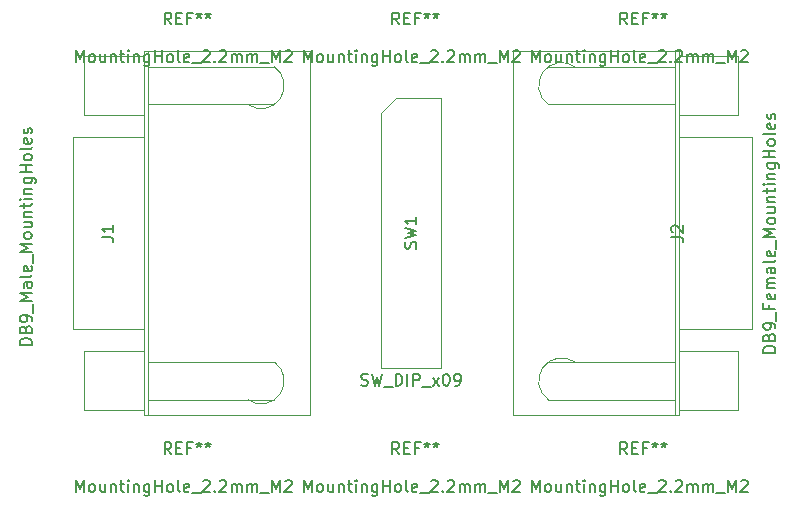
<source format=gbr>
G04 #@! TF.GenerationSoftware,KiCad,Pcbnew,5.0.2-bee76a0~70~ubuntu16.04.1*
G04 #@! TF.CreationDate,2020-10-10T12:37:23+02:00*
G04 #@! TF.ProjectId,SerialBlocker,53657269-616c-4426-9c6f-636b65722e6b,rev?*
G04 #@! TF.SameCoordinates,Original*
G04 #@! TF.FileFunction,Other,Fab,Top*
%FSLAX46Y46*%
G04 Gerber Fmt 4.6, Leading zero omitted, Abs format (unit mm)*
G04 Created by KiCad (PCBNEW 5.0.2-bee76a0~70~ubuntu16.04.1) date lör 10 okt 2020 12:37:23*
%MOMM*%
%LPD*%
G01*
G04 APERTURE LIST*
%ADD10C,0.100000*%
%ADD11C,0.150000*%
G04 APERTURE END LIST*
D10*
G04 #@! TO.C,SW1*
X140000000Y-44080000D02*
X143810000Y-44080000D01*
X143810000Y-44080000D02*
X143810000Y-66940000D01*
X143810000Y-66940000D02*
X138730000Y-66940000D01*
X138730000Y-66940000D02*
X138730000Y-45350000D01*
X138730000Y-45350000D02*
X140000000Y-44080000D01*
G04 #@! TO.C,J2*
X155140000Y-66440000D02*
G75*
G03X152900000Y-69640000I-1120000J-1600000D01*
G01*
X155140000Y-41440000D02*
G75*
G03X152900000Y-44640000I-1120000J-1600000D01*
G01*
X149900000Y-70965000D02*
X160380000Y-70965000D01*
X160380000Y-40115000D02*
X149900000Y-40115000D01*
X149900000Y-40115000D02*
X149900000Y-70965000D01*
X160380000Y-70965000D02*
X163950000Y-70965000D01*
X163980000Y-70965000D02*
X163980000Y-40115000D01*
X164000000Y-40100000D02*
X160380000Y-40115000D01*
X163580000Y-40115000D02*
X163580000Y-70965000D01*
X163980000Y-63690000D02*
X170150000Y-63690000D01*
X170150000Y-63690000D02*
X170150000Y-47390000D01*
X170150000Y-47390000D02*
X163980000Y-47390000D01*
X163980000Y-47390000D02*
X163980000Y-63690000D01*
X163980000Y-70540000D02*
X168980000Y-70540000D01*
X168980000Y-70540000D02*
X168980000Y-65540000D01*
X168980000Y-65540000D02*
X163980000Y-65540000D01*
X163980000Y-45540000D02*
X168980000Y-45540000D01*
X168980000Y-45540000D02*
X168980000Y-40540000D01*
X168980000Y-40540000D02*
X163980000Y-40540000D01*
X163580000Y-69640000D02*
X152900000Y-69640000D01*
X163580000Y-66440000D02*
X152900000Y-66440000D01*
X163580000Y-44640000D02*
X152900000Y-44640000D01*
X163580000Y-41440000D02*
X152900000Y-41440000D01*
G04 #@! TO.C,J1*
X127460000Y-44640000D02*
G75*
G03X129700000Y-41440000I1120000J1600000D01*
G01*
X127460000Y-69640000D02*
G75*
G03X129700000Y-66440000I1120000J1600000D01*
G01*
X132700000Y-40115000D02*
X119020000Y-40115000D01*
X119020000Y-40115000D02*
X119020000Y-70965000D01*
X119020000Y-70965000D02*
X132700000Y-70965000D01*
X132700000Y-70965000D02*
X132700000Y-40115000D01*
X119020000Y-40115000D02*
X118620000Y-40115000D01*
X118620000Y-40115000D02*
X118620000Y-70965000D01*
X118620000Y-70965000D02*
X119020000Y-70965000D01*
X119020000Y-70965000D02*
X119020000Y-40115000D01*
X118620000Y-47390000D02*
X112620000Y-47390000D01*
X112620000Y-47390000D02*
X112620000Y-63690000D01*
X112620000Y-63690000D02*
X118620000Y-63690000D01*
X118620000Y-63690000D02*
X118620000Y-47390000D01*
X118620000Y-40540000D02*
X113620000Y-40540000D01*
X113620000Y-40540000D02*
X113620000Y-45540000D01*
X113620000Y-45540000D02*
X118620000Y-45540000D01*
X118620000Y-45540000D02*
X118620000Y-40540000D01*
X118620000Y-65540000D02*
X113620000Y-65540000D01*
X113620000Y-65540000D02*
X113620000Y-70540000D01*
X113620000Y-70540000D02*
X118620000Y-70540000D01*
X118620000Y-70540000D02*
X118620000Y-65540000D01*
X119020000Y-41440000D02*
X129700000Y-41440000D01*
X119020000Y-44640000D02*
X129700000Y-44640000D01*
X119020000Y-66440000D02*
X129700000Y-66440000D01*
X119020000Y-69640000D02*
X129700000Y-69640000D01*
G04 #@! TD*
G04 #@! TO.C,REF\002A\002A*
D11*
X132180952Y-41052380D02*
X132180952Y-40052380D01*
X132514285Y-40766666D01*
X132847619Y-40052380D01*
X132847619Y-41052380D01*
X133466666Y-41052380D02*
X133371428Y-41004761D01*
X133323809Y-40957142D01*
X133276190Y-40861904D01*
X133276190Y-40576190D01*
X133323809Y-40480952D01*
X133371428Y-40433333D01*
X133466666Y-40385714D01*
X133609523Y-40385714D01*
X133704761Y-40433333D01*
X133752380Y-40480952D01*
X133799999Y-40576190D01*
X133799999Y-40861904D01*
X133752380Y-40957142D01*
X133704761Y-41004761D01*
X133609523Y-41052380D01*
X133466666Y-41052380D01*
X134657142Y-40385714D02*
X134657142Y-41052380D01*
X134228571Y-40385714D02*
X134228571Y-40909523D01*
X134276190Y-41004761D01*
X134371428Y-41052380D01*
X134514285Y-41052380D01*
X134609523Y-41004761D01*
X134657142Y-40957142D01*
X135133333Y-40385714D02*
X135133333Y-41052380D01*
X135133333Y-40480952D02*
X135180952Y-40433333D01*
X135276190Y-40385714D01*
X135419047Y-40385714D01*
X135514285Y-40433333D01*
X135561904Y-40528571D01*
X135561904Y-41052380D01*
X135895238Y-40385714D02*
X136276190Y-40385714D01*
X136038095Y-40052380D02*
X136038095Y-40909523D01*
X136085714Y-41004761D01*
X136180952Y-41052380D01*
X136276190Y-41052380D01*
X136609523Y-41052380D02*
X136609523Y-40385714D01*
X136609523Y-40052380D02*
X136561904Y-40100000D01*
X136609523Y-40147619D01*
X136657142Y-40100000D01*
X136609523Y-40052380D01*
X136609523Y-40147619D01*
X137085714Y-40385714D02*
X137085714Y-41052380D01*
X137085714Y-40480952D02*
X137133333Y-40433333D01*
X137228571Y-40385714D01*
X137371428Y-40385714D01*
X137466666Y-40433333D01*
X137514285Y-40528571D01*
X137514285Y-41052380D01*
X138419047Y-40385714D02*
X138419047Y-41195238D01*
X138371428Y-41290476D01*
X138323809Y-41338095D01*
X138228571Y-41385714D01*
X138085714Y-41385714D01*
X137990476Y-41338095D01*
X138419047Y-41004761D02*
X138323809Y-41052380D01*
X138133333Y-41052380D01*
X138038095Y-41004761D01*
X137990476Y-40957142D01*
X137942857Y-40861904D01*
X137942857Y-40576190D01*
X137990476Y-40480952D01*
X138038095Y-40433333D01*
X138133333Y-40385714D01*
X138323809Y-40385714D01*
X138419047Y-40433333D01*
X138895238Y-41052380D02*
X138895238Y-40052380D01*
X138895238Y-40528571D02*
X139466666Y-40528571D01*
X139466666Y-41052380D02*
X139466666Y-40052380D01*
X140085714Y-41052380D02*
X139990476Y-41004761D01*
X139942857Y-40957142D01*
X139895238Y-40861904D01*
X139895238Y-40576190D01*
X139942857Y-40480952D01*
X139990476Y-40433333D01*
X140085714Y-40385714D01*
X140228571Y-40385714D01*
X140323809Y-40433333D01*
X140371428Y-40480952D01*
X140419047Y-40576190D01*
X140419047Y-40861904D01*
X140371428Y-40957142D01*
X140323809Y-41004761D01*
X140228571Y-41052380D01*
X140085714Y-41052380D01*
X140990476Y-41052380D02*
X140895238Y-41004761D01*
X140847619Y-40909523D01*
X140847619Y-40052380D01*
X141752380Y-41004761D02*
X141657142Y-41052380D01*
X141466666Y-41052380D01*
X141371428Y-41004761D01*
X141323809Y-40909523D01*
X141323809Y-40528571D01*
X141371428Y-40433333D01*
X141466666Y-40385714D01*
X141657142Y-40385714D01*
X141752380Y-40433333D01*
X141800000Y-40528571D01*
X141800000Y-40623809D01*
X141323809Y-40719047D01*
X141990476Y-41147619D02*
X142752380Y-41147619D01*
X142942857Y-40147619D02*
X142990476Y-40100000D01*
X143085714Y-40052380D01*
X143323809Y-40052380D01*
X143419047Y-40100000D01*
X143466666Y-40147619D01*
X143514285Y-40242857D01*
X143514285Y-40338095D01*
X143466666Y-40480952D01*
X142895238Y-41052380D01*
X143514285Y-41052380D01*
X143942857Y-40957142D02*
X143990476Y-41004761D01*
X143942857Y-41052380D01*
X143895238Y-41004761D01*
X143942857Y-40957142D01*
X143942857Y-41052380D01*
X144371428Y-40147619D02*
X144419047Y-40100000D01*
X144514285Y-40052380D01*
X144752380Y-40052380D01*
X144847619Y-40100000D01*
X144895238Y-40147619D01*
X144942857Y-40242857D01*
X144942857Y-40338095D01*
X144895238Y-40480952D01*
X144323809Y-41052380D01*
X144942857Y-41052380D01*
X145371428Y-41052380D02*
X145371428Y-40385714D01*
X145371428Y-40480952D02*
X145419047Y-40433333D01*
X145514285Y-40385714D01*
X145657142Y-40385714D01*
X145752380Y-40433333D01*
X145800000Y-40528571D01*
X145800000Y-41052380D01*
X145800000Y-40528571D02*
X145847619Y-40433333D01*
X145942857Y-40385714D01*
X146085714Y-40385714D01*
X146180952Y-40433333D01*
X146228571Y-40528571D01*
X146228571Y-41052380D01*
X146704761Y-41052380D02*
X146704761Y-40385714D01*
X146704761Y-40480952D02*
X146752380Y-40433333D01*
X146847619Y-40385714D01*
X146990476Y-40385714D01*
X147085714Y-40433333D01*
X147133333Y-40528571D01*
X147133333Y-41052380D01*
X147133333Y-40528571D02*
X147180952Y-40433333D01*
X147276190Y-40385714D01*
X147419047Y-40385714D01*
X147514285Y-40433333D01*
X147561904Y-40528571D01*
X147561904Y-41052380D01*
X147800000Y-41147619D02*
X148561904Y-41147619D01*
X148800000Y-41052380D02*
X148800000Y-40052380D01*
X149133333Y-40766666D01*
X149466666Y-40052380D01*
X149466666Y-41052380D01*
X149895238Y-40147619D02*
X149942857Y-40100000D01*
X150038095Y-40052380D01*
X150276190Y-40052380D01*
X150371428Y-40100000D01*
X150419047Y-40147619D01*
X150466666Y-40242857D01*
X150466666Y-40338095D01*
X150419047Y-40480952D01*
X149847619Y-41052380D01*
X150466666Y-41052380D01*
X140266666Y-37852380D02*
X139933333Y-37376190D01*
X139695238Y-37852380D02*
X139695238Y-36852380D01*
X140076190Y-36852380D01*
X140171428Y-36900000D01*
X140219047Y-36947619D01*
X140266666Y-37042857D01*
X140266666Y-37185714D01*
X140219047Y-37280952D01*
X140171428Y-37328571D01*
X140076190Y-37376190D01*
X139695238Y-37376190D01*
X140695238Y-37328571D02*
X141028571Y-37328571D01*
X141171428Y-37852380D02*
X140695238Y-37852380D01*
X140695238Y-36852380D01*
X141171428Y-36852380D01*
X141933333Y-37328571D02*
X141600000Y-37328571D01*
X141600000Y-37852380D02*
X141600000Y-36852380D01*
X142076190Y-36852380D01*
X142600000Y-36852380D02*
X142600000Y-37090476D01*
X142361904Y-36995238D02*
X142600000Y-37090476D01*
X142838095Y-36995238D01*
X142457142Y-37280952D02*
X142600000Y-37090476D01*
X142742857Y-37280952D01*
X143361904Y-36852380D02*
X143361904Y-37090476D01*
X143123809Y-36995238D02*
X143361904Y-37090476D01*
X143600000Y-36995238D01*
X143219047Y-37280952D02*
X143361904Y-37090476D01*
X143504761Y-37280952D01*
X132180952Y-77452380D02*
X132180952Y-76452380D01*
X132514285Y-77166666D01*
X132847619Y-76452380D01*
X132847619Y-77452380D01*
X133466666Y-77452380D02*
X133371428Y-77404761D01*
X133323809Y-77357142D01*
X133276190Y-77261904D01*
X133276190Y-76976190D01*
X133323809Y-76880952D01*
X133371428Y-76833333D01*
X133466666Y-76785714D01*
X133609523Y-76785714D01*
X133704761Y-76833333D01*
X133752380Y-76880952D01*
X133799999Y-76976190D01*
X133799999Y-77261904D01*
X133752380Y-77357142D01*
X133704761Y-77404761D01*
X133609523Y-77452380D01*
X133466666Y-77452380D01*
X134657142Y-76785714D02*
X134657142Y-77452380D01*
X134228571Y-76785714D02*
X134228571Y-77309523D01*
X134276190Y-77404761D01*
X134371428Y-77452380D01*
X134514285Y-77452380D01*
X134609523Y-77404761D01*
X134657142Y-77357142D01*
X135133333Y-76785714D02*
X135133333Y-77452380D01*
X135133333Y-76880952D02*
X135180952Y-76833333D01*
X135276190Y-76785714D01*
X135419047Y-76785714D01*
X135514285Y-76833333D01*
X135561904Y-76928571D01*
X135561904Y-77452380D01*
X135895238Y-76785714D02*
X136276190Y-76785714D01*
X136038095Y-76452380D02*
X136038095Y-77309523D01*
X136085714Y-77404761D01*
X136180952Y-77452380D01*
X136276190Y-77452380D01*
X136609523Y-77452380D02*
X136609523Y-76785714D01*
X136609523Y-76452380D02*
X136561904Y-76500000D01*
X136609523Y-76547619D01*
X136657142Y-76500000D01*
X136609523Y-76452380D01*
X136609523Y-76547619D01*
X137085714Y-76785714D02*
X137085714Y-77452380D01*
X137085714Y-76880952D02*
X137133333Y-76833333D01*
X137228571Y-76785714D01*
X137371428Y-76785714D01*
X137466666Y-76833333D01*
X137514285Y-76928571D01*
X137514285Y-77452380D01*
X138419047Y-76785714D02*
X138419047Y-77595238D01*
X138371428Y-77690476D01*
X138323809Y-77738095D01*
X138228571Y-77785714D01*
X138085714Y-77785714D01*
X137990476Y-77738095D01*
X138419047Y-77404761D02*
X138323809Y-77452380D01*
X138133333Y-77452380D01*
X138038095Y-77404761D01*
X137990476Y-77357142D01*
X137942857Y-77261904D01*
X137942857Y-76976190D01*
X137990476Y-76880952D01*
X138038095Y-76833333D01*
X138133333Y-76785714D01*
X138323809Y-76785714D01*
X138419047Y-76833333D01*
X138895238Y-77452380D02*
X138895238Y-76452380D01*
X138895238Y-76928571D02*
X139466666Y-76928571D01*
X139466666Y-77452380D02*
X139466666Y-76452380D01*
X140085714Y-77452380D02*
X139990476Y-77404761D01*
X139942857Y-77357142D01*
X139895238Y-77261904D01*
X139895238Y-76976190D01*
X139942857Y-76880952D01*
X139990476Y-76833333D01*
X140085714Y-76785714D01*
X140228571Y-76785714D01*
X140323809Y-76833333D01*
X140371428Y-76880952D01*
X140419047Y-76976190D01*
X140419047Y-77261904D01*
X140371428Y-77357142D01*
X140323809Y-77404761D01*
X140228571Y-77452380D01*
X140085714Y-77452380D01*
X140990476Y-77452380D02*
X140895238Y-77404761D01*
X140847619Y-77309523D01*
X140847619Y-76452380D01*
X141752380Y-77404761D02*
X141657142Y-77452380D01*
X141466666Y-77452380D01*
X141371428Y-77404761D01*
X141323809Y-77309523D01*
X141323809Y-76928571D01*
X141371428Y-76833333D01*
X141466666Y-76785714D01*
X141657142Y-76785714D01*
X141752380Y-76833333D01*
X141800000Y-76928571D01*
X141800000Y-77023809D01*
X141323809Y-77119047D01*
X141990476Y-77547619D02*
X142752380Y-77547619D01*
X142942857Y-76547619D02*
X142990476Y-76500000D01*
X143085714Y-76452380D01*
X143323809Y-76452380D01*
X143419047Y-76500000D01*
X143466666Y-76547619D01*
X143514285Y-76642857D01*
X143514285Y-76738095D01*
X143466666Y-76880952D01*
X142895238Y-77452380D01*
X143514285Y-77452380D01*
X143942857Y-77357142D02*
X143990476Y-77404761D01*
X143942857Y-77452380D01*
X143895238Y-77404761D01*
X143942857Y-77357142D01*
X143942857Y-77452380D01*
X144371428Y-76547619D02*
X144419047Y-76500000D01*
X144514285Y-76452380D01*
X144752380Y-76452380D01*
X144847619Y-76500000D01*
X144895238Y-76547619D01*
X144942857Y-76642857D01*
X144942857Y-76738095D01*
X144895238Y-76880952D01*
X144323809Y-77452380D01*
X144942857Y-77452380D01*
X145371428Y-77452380D02*
X145371428Y-76785714D01*
X145371428Y-76880952D02*
X145419047Y-76833333D01*
X145514285Y-76785714D01*
X145657142Y-76785714D01*
X145752380Y-76833333D01*
X145800000Y-76928571D01*
X145800000Y-77452380D01*
X145800000Y-76928571D02*
X145847619Y-76833333D01*
X145942857Y-76785714D01*
X146085714Y-76785714D01*
X146180952Y-76833333D01*
X146228571Y-76928571D01*
X146228571Y-77452380D01*
X146704761Y-77452380D02*
X146704761Y-76785714D01*
X146704761Y-76880952D02*
X146752380Y-76833333D01*
X146847619Y-76785714D01*
X146990476Y-76785714D01*
X147085714Y-76833333D01*
X147133333Y-76928571D01*
X147133333Y-77452380D01*
X147133333Y-76928571D02*
X147180952Y-76833333D01*
X147276190Y-76785714D01*
X147419047Y-76785714D01*
X147514285Y-76833333D01*
X147561904Y-76928571D01*
X147561904Y-77452380D01*
X147800000Y-77547619D02*
X148561904Y-77547619D01*
X148800000Y-77452380D02*
X148800000Y-76452380D01*
X149133333Y-77166666D01*
X149466666Y-76452380D01*
X149466666Y-77452380D01*
X149895238Y-76547619D02*
X149942857Y-76500000D01*
X150038095Y-76452380D01*
X150276190Y-76452380D01*
X150371428Y-76500000D01*
X150419047Y-76547619D01*
X150466666Y-76642857D01*
X150466666Y-76738095D01*
X150419047Y-76880952D01*
X149847619Y-77452380D01*
X150466666Y-77452380D01*
X140266666Y-74252380D02*
X139933333Y-73776190D01*
X139695238Y-74252380D02*
X139695238Y-73252380D01*
X140076190Y-73252380D01*
X140171428Y-73300000D01*
X140219047Y-73347619D01*
X140266666Y-73442857D01*
X140266666Y-73585714D01*
X140219047Y-73680952D01*
X140171428Y-73728571D01*
X140076190Y-73776190D01*
X139695238Y-73776190D01*
X140695238Y-73728571D02*
X141028571Y-73728571D01*
X141171428Y-74252380D02*
X140695238Y-74252380D01*
X140695238Y-73252380D01*
X141171428Y-73252380D01*
X141933333Y-73728571D02*
X141600000Y-73728571D01*
X141600000Y-74252380D02*
X141600000Y-73252380D01*
X142076190Y-73252380D01*
X142600000Y-73252380D02*
X142600000Y-73490476D01*
X142361904Y-73395238D02*
X142600000Y-73490476D01*
X142838095Y-73395238D01*
X142457142Y-73680952D02*
X142600000Y-73490476D01*
X142742857Y-73680952D01*
X143361904Y-73252380D02*
X143361904Y-73490476D01*
X143123809Y-73395238D02*
X143361904Y-73490476D01*
X143600000Y-73395238D01*
X143219047Y-73680952D02*
X143361904Y-73490476D01*
X143504761Y-73680952D01*
X112880952Y-77452380D02*
X112880952Y-76452380D01*
X113214285Y-77166666D01*
X113547619Y-76452380D01*
X113547619Y-77452380D01*
X114166666Y-77452380D02*
X114071428Y-77404761D01*
X114023809Y-77357142D01*
X113976190Y-77261904D01*
X113976190Y-76976190D01*
X114023809Y-76880952D01*
X114071428Y-76833333D01*
X114166666Y-76785714D01*
X114309523Y-76785714D01*
X114404761Y-76833333D01*
X114452380Y-76880952D01*
X114499999Y-76976190D01*
X114499999Y-77261904D01*
X114452380Y-77357142D01*
X114404761Y-77404761D01*
X114309523Y-77452380D01*
X114166666Y-77452380D01*
X115357142Y-76785714D02*
X115357142Y-77452380D01*
X114928571Y-76785714D02*
X114928571Y-77309523D01*
X114976190Y-77404761D01*
X115071428Y-77452380D01*
X115214285Y-77452380D01*
X115309523Y-77404761D01*
X115357142Y-77357142D01*
X115833333Y-76785714D02*
X115833333Y-77452380D01*
X115833333Y-76880952D02*
X115880952Y-76833333D01*
X115976190Y-76785714D01*
X116119047Y-76785714D01*
X116214285Y-76833333D01*
X116261904Y-76928571D01*
X116261904Y-77452380D01*
X116595238Y-76785714D02*
X116976190Y-76785714D01*
X116738095Y-76452380D02*
X116738095Y-77309523D01*
X116785714Y-77404761D01*
X116880952Y-77452380D01*
X116976190Y-77452380D01*
X117309523Y-77452380D02*
X117309523Y-76785714D01*
X117309523Y-76452380D02*
X117261904Y-76500000D01*
X117309523Y-76547619D01*
X117357142Y-76500000D01*
X117309523Y-76452380D01*
X117309523Y-76547619D01*
X117785714Y-76785714D02*
X117785714Y-77452380D01*
X117785714Y-76880952D02*
X117833333Y-76833333D01*
X117928571Y-76785714D01*
X118071428Y-76785714D01*
X118166666Y-76833333D01*
X118214285Y-76928571D01*
X118214285Y-77452380D01*
X119119047Y-76785714D02*
X119119047Y-77595238D01*
X119071428Y-77690476D01*
X119023809Y-77738095D01*
X118928571Y-77785714D01*
X118785714Y-77785714D01*
X118690476Y-77738095D01*
X119119047Y-77404761D02*
X119023809Y-77452380D01*
X118833333Y-77452380D01*
X118738095Y-77404761D01*
X118690476Y-77357142D01*
X118642857Y-77261904D01*
X118642857Y-76976190D01*
X118690476Y-76880952D01*
X118738095Y-76833333D01*
X118833333Y-76785714D01*
X119023809Y-76785714D01*
X119119047Y-76833333D01*
X119595238Y-77452380D02*
X119595238Y-76452380D01*
X119595238Y-76928571D02*
X120166666Y-76928571D01*
X120166666Y-77452380D02*
X120166666Y-76452380D01*
X120785714Y-77452380D02*
X120690476Y-77404761D01*
X120642857Y-77357142D01*
X120595238Y-77261904D01*
X120595238Y-76976190D01*
X120642857Y-76880952D01*
X120690476Y-76833333D01*
X120785714Y-76785714D01*
X120928571Y-76785714D01*
X121023809Y-76833333D01*
X121071428Y-76880952D01*
X121119047Y-76976190D01*
X121119047Y-77261904D01*
X121071428Y-77357142D01*
X121023809Y-77404761D01*
X120928571Y-77452380D01*
X120785714Y-77452380D01*
X121690476Y-77452380D02*
X121595238Y-77404761D01*
X121547619Y-77309523D01*
X121547619Y-76452380D01*
X122452380Y-77404761D02*
X122357142Y-77452380D01*
X122166666Y-77452380D01*
X122071428Y-77404761D01*
X122023809Y-77309523D01*
X122023809Y-76928571D01*
X122071428Y-76833333D01*
X122166666Y-76785714D01*
X122357142Y-76785714D01*
X122452380Y-76833333D01*
X122499999Y-76928571D01*
X122499999Y-77023809D01*
X122023809Y-77119047D01*
X122690476Y-77547619D02*
X123452380Y-77547619D01*
X123642857Y-76547619D02*
X123690476Y-76500000D01*
X123785714Y-76452380D01*
X124023809Y-76452380D01*
X124119047Y-76500000D01*
X124166666Y-76547619D01*
X124214285Y-76642857D01*
X124214285Y-76738095D01*
X124166666Y-76880952D01*
X123595238Y-77452380D01*
X124214285Y-77452380D01*
X124642857Y-77357142D02*
X124690476Y-77404761D01*
X124642857Y-77452380D01*
X124595238Y-77404761D01*
X124642857Y-77357142D01*
X124642857Y-77452380D01*
X125071428Y-76547619D02*
X125119047Y-76500000D01*
X125214285Y-76452380D01*
X125452380Y-76452380D01*
X125547619Y-76500000D01*
X125595238Y-76547619D01*
X125642857Y-76642857D01*
X125642857Y-76738095D01*
X125595238Y-76880952D01*
X125023809Y-77452380D01*
X125642857Y-77452380D01*
X126071428Y-77452380D02*
X126071428Y-76785714D01*
X126071428Y-76880952D02*
X126119047Y-76833333D01*
X126214285Y-76785714D01*
X126357142Y-76785714D01*
X126452380Y-76833333D01*
X126499999Y-76928571D01*
X126499999Y-77452380D01*
X126499999Y-76928571D02*
X126547619Y-76833333D01*
X126642857Y-76785714D01*
X126785714Y-76785714D01*
X126880952Y-76833333D01*
X126928571Y-76928571D01*
X126928571Y-77452380D01*
X127404761Y-77452380D02*
X127404761Y-76785714D01*
X127404761Y-76880952D02*
X127452380Y-76833333D01*
X127547619Y-76785714D01*
X127690476Y-76785714D01*
X127785714Y-76833333D01*
X127833333Y-76928571D01*
X127833333Y-77452380D01*
X127833333Y-76928571D02*
X127880952Y-76833333D01*
X127976190Y-76785714D01*
X128119047Y-76785714D01*
X128214285Y-76833333D01*
X128261904Y-76928571D01*
X128261904Y-77452380D01*
X128499999Y-77547619D02*
X129261904Y-77547619D01*
X129499999Y-77452380D02*
X129499999Y-76452380D01*
X129833333Y-77166666D01*
X130166666Y-76452380D01*
X130166666Y-77452380D01*
X130595238Y-76547619D02*
X130642857Y-76500000D01*
X130738095Y-76452380D01*
X130976190Y-76452380D01*
X131071428Y-76500000D01*
X131119047Y-76547619D01*
X131166666Y-76642857D01*
X131166666Y-76738095D01*
X131119047Y-76880952D01*
X130547619Y-77452380D01*
X131166666Y-77452380D01*
X120966666Y-74252380D02*
X120633333Y-73776190D01*
X120395238Y-74252380D02*
X120395238Y-73252380D01*
X120776190Y-73252380D01*
X120871428Y-73300000D01*
X120919047Y-73347619D01*
X120966666Y-73442857D01*
X120966666Y-73585714D01*
X120919047Y-73680952D01*
X120871428Y-73728571D01*
X120776190Y-73776190D01*
X120395238Y-73776190D01*
X121395238Y-73728571D02*
X121728571Y-73728571D01*
X121871428Y-74252380D02*
X121395238Y-74252380D01*
X121395238Y-73252380D01*
X121871428Y-73252380D01*
X122633333Y-73728571D02*
X122300000Y-73728571D01*
X122300000Y-74252380D02*
X122300000Y-73252380D01*
X122776190Y-73252380D01*
X123300000Y-73252380D02*
X123300000Y-73490476D01*
X123061904Y-73395238D02*
X123300000Y-73490476D01*
X123538095Y-73395238D01*
X123157142Y-73680952D02*
X123300000Y-73490476D01*
X123442857Y-73680952D01*
X124061904Y-73252380D02*
X124061904Y-73490476D01*
X123823809Y-73395238D02*
X124061904Y-73490476D01*
X124300000Y-73395238D01*
X123919047Y-73680952D02*
X124061904Y-73490476D01*
X124204761Y-73680952D01*
X151480952Y-77452380D02*
X151480952Y-76452380D01*
X151814285Y-77166666D01*
X152147619Y-76452380D01*
X152147619Y-77452380D01*
X152766666Y-77452380D02*
X152671428Y-77404761D01*
X152623809Y-77357142D01*
X152576190Y-77261904D01*
X152576190Y-76976190D01*
X152623809Y-76880952D01*
X152671428Y-76833333D01*
X152766666Y-76785714D01*
X152909523Y-76785714D01*
X153004761Y-76833333D01*
X153052380Y-76880952D01*
X153100000Y-76976190D01*
X153100000Y-77261904D01*
X153052380Y-77357142D01*
X153004761Y-77404761D01*
X152909523Y-77452380D01*
X152766666Y-77452380D01*
X153957142Y-76785714D02*
X153957142Y-77452380D01*
X153528571Y-76785714D02*
X153528571Y-77309523D01*
X153576190Y-77404761D01*
X153671428Y-77452380D01*
X153814285Y-77452380D01*
X153909523Y-77404761D01*
X153957142Y-77357142D01*
X154433333Y-76785714D02*
X154433333Y-77452380D01*
X154433333Y-76880952D02*
X154480952Y-76833333D01*
X154576190Y-76785714D01*
X154719047Y-76785714D01*
X154814285Y-76833333D01*
X154861904Y-76928571D01*
X154861904Y-77452380D01*
X155195238Y-76785714D02*
X155576190Y-76785714D01*
X155338095Y-76452380D02*
X155338095Y-77309523D01*
X155385714Y-77404761D01*
X155480952Y-77452380D01*
X155576190Y-77452380D01*
X155909523Y-77452380D02*
X155909523Y-76785714D01*
X155909523Y-76452380D02*
X155861904Y-76500000D01*
X155909523Y-76547619D01*
X155957142Y-76500000D01*
X155909523Y-76452380D01*
X155909523Y-76547619D01*
X156385714Y-76785714D02*
X156385714Y-77452380D01*
X156385714Y-76880952D02*
X156433333Y-76833333D01*
X156528571Y-76785714D01*
X156671428Y-76785714D01*
X156766666Y-76833333D01*
X156814285Y-76928571D01*
X156814285Y-77452380D01*
X157719047Y-76785714D02*
X157719047Y-77595238D01*
X157671428Y-77690476D01*
X157623809Y-77738095D01*
X157528571Y-77785714D01*
X157385714Y-77785714D01*
X157290476Y-77738095D01*
X157719047Y-77404761D02*
X157623809Y-77452380D01*
X157433333Y-77452380D01*
X157338095Y-77404761D01*
X157290476Y-77357142D01*
X157242857Y-77261904D01*
X157242857Y-76976190D01*
X157290476Y-76880952D01*
X157338095Y-76833333D01*
X157433333Y-76785714D01*
X157623809Y-76785714D01*
X157719047Y-76833333D01*
X158195238Y-77452380D02*
X158195238Y-76452380D01*
X158195238Y-76928571D02*
X158766666Y-76928571D01*
X158766666Y-77452380D02*
X158766666Y-76452380D01*
X159385714Y-77452380D02*
X159290476Y-77404761D01*
X159242857Y-77357142D01*
X159195238Y-77261904D01*
X159195238Y-76976190D01*
X159242857Y-76880952D01*
X159290476Y-76833333D01*
X159385714Y-76785714D01*
X159528571Y-76785714D01*
X159623809Y-76833333D01*
X159671428Y-76880952D01*
X159719047Y-76976190D01*
X159719047Y-77261904D01*
X159671428Y-77357142D01*
X159623809Y-77404761D01*
X159528571Y-77452380D01*
X159385714Y-77452380D01*
X160290476Y-77452380D02*
X160195238Y-77404761D01*
X160147619Y-77309523D01*
X160147619Y-76452380D01*
X161052380Y-77404761D02*
X160957142Y-77452380D01*
X160766666Y-77452380D01*
X160671428Y-77404761D01*
X160623809Y-77309523D01*
X160623809Y-76928571D01*
X160671428Y-76833333D01*
X160766666Y-76785714D01*
X160957142Y-76785714D01*
X161052380Y-76833333D01*
X161100000Y-76928571D01*
X161100000Y-77023809D01*
X160623809Y-77119047D01*
X161290476Y-77547619D02*
X162052380Y-77547619D01*
X162242857Y-76547619D02*
X162290476Y-76500000D01*
X162385714Y-76452380D01*
X162623809Y-76452380D01*
X162719047Y-76500000D01*
X162766666Y-76547619D01*
X162814285Y-76642857D01*
X162814285Y-76738095D01*
X162766666Y-76880952D01*
X162195238Y-77452380D01*
X162814285Y-77452380D01*
X163242857Y-77357142D02*
X163290476Y-77404761D01*
X163242857Y-77452380D01*
X163195238Y-77404761D01*
X163242857Y-77357142D01*
X163242857Y-77452380D01*
X163671428Y-76547619D02*
X163719047Y-76500000D01*
X163814285Y-76452380D01*
X164052380Y-76452380D01*
X164147619Y-76500000D01*
X164195238Y-76547619D01*
X164242857Y-76642857D01*
X164242857Y-76738095D01*
X164195238Y-76880952D01*
X163623809Y-77452380D01*
X164242857Y-77452380D01*
X164671428Y-77452380D02*
X164671428Y-76785714D01*
X164671428Y-76880952D02*
X164719047Y-76833333D01*
X164814285Y-76785714D01*
X164957142Y-76785714D01*
X165052380Y-76833333D01*
X165100000Y-76928571D01*
X165100000Y-77452380D01*
X165100000Y-76928571D02*
X165147619Y-76833333D01*
X165242857Y-76785714D01*
X165385714Y-76785714D01*
X165480952Y-76833333D01*
X165528571Y-76928571D01*
X165528571Y-77452380D01*
X166004761Y-77452380D02*
X166004761Y-76785714D01*
X166004761Y-76880952D02*
X166052380Y-76833333D01*
X166147619Y-76785714D01*
X166290476Y-76785714D01*
X166385714Y-76833333D01*
X166433333Y-76928571D01*
X166433333Y-77452380D01*
X166433333Y-76928571D02*
X166480952Y-76833333D01*
X166576190Y-76785714D01*
X166719047Y-76785714D01*
X166814285Y-76833333D01*
X166861904Y-76928571D01*
X166861904Y-77452380D01*
X167100000Y-77547619D02*
X167861904Y-77547619D01*
X168100000Y-77452380D02*
X168100000Y-76452380D01*
X168433333Y-77166666D01*
X168766666Y-76452380D01*
X168766666Y-77452380D01*
X169195238Y-76547619D02*
X169242857Y-76500000D01*
X169338095Y-76452380D01*
X169576190Y-76452380D01*
X169671428Y-76500000D01*
X169719047Y-76547619D01*
X169766666Y-76642857D01*
X169766666Y-76738095D01*
X169719047Y-76880952D01*
X169147619Y-77452380D01*
X169766666Y-77452380D01*
X159566666Y-74252380D02*
X159233333Y-73776190D01*
X158995238Y-74252380D02*
X158995238Y-73252380D01*
X159376190Y-73252380D01*
X159471428Y-73300000D01*
X159519047Y-73347619D01*
X159566666Y-73442857D01*
X159566666Y-73585714D01*
X159519047Y-73680952D01*
X159471428Y-73728571D01*
X159376190Y-73776190D01*
X158995238Y-73776190D01*
X159995238Y-73728571D02*
X160328571Y-73728571D01*
X160471428Y-74252380D02*
X159995238Y-74252380D01*
X159995238Y-73252380D01*
X160471428Y-73252380D01*
X161233333Y-73728571D02*
X160900000Y-73728571D01*
X160900000Y-74252380D02*
X160900000Y-73252380D01*
X161376190Y-73252380D01*
X161900000Y-73252380D02*
X161900000Y-73490476D01*
X161661904Y-73395238D02*
X161900000Y-73490476D01*
X162138095Y-73395238D01*
X161757142Y-73680952D02*
X161900000Y-73490476D01*
X162042857Y-73680952D01*
X162661904Y-73252380D02*
X162661904Y-73490476D01*
X162423809Y-73395238D02*
X162661904Y-73490476D01*
X162900000Y-73395238D01*
X162519047Y-73680952D02*
X162661904Y-73490476D01*
X162804761Y-73680952D01*
X151480952Y-41052380D02*
X151480952Y-40052380D01*
X151814285Y-40766666D01*
X152147619Y-40052380D01*
X152147619Y-41052380D01*
X152766666Y-41052380D02*
X152671428Y-41004761D01*
X152623809Y-40957142D01*
X152576190Y-40861904D01*
X152576190Y-40576190D01*
X152623809Y-40480952D01*
X152671428Y-40433333D01*
X152766666Y-40385714D01*
X152909523Y-40385714D01*
X153004761Y-40433333D01*
X153052380Y-40480952D01*
X153100000Y-40576190D01*
X153100000Y-40861904D01*
X153052380Y-40957142D01*
X153004761Y-41004761D01*
X152909523Y-41052380D01*
X152766666Y-41052380D01*
X153957142Y-40385714D02*
X153957142Y-41052380D01*
X153528571Y-40385714D02*
X153528571Y-40909523D01*
X153576190Y-41004761D01*
X153671428Y-41052380D01*
X153814285Y-41052380D01*
X153909523Y-41004761D01*
X153957142Y-40957142D01*
X154433333Y-40385714D02*
X154433333Y-41052380D01*
X154433333Y-40480952D02*
X154480952Y-40433333D01*
X154576190Y-40385714D01*
X154719047Y-40385714D01*
X154814285Y-40433333D01*
X154861904Y-40528571D01*
X154861904Y-41052380D01*
X155195238Y-40385714D02*
X155576190Y-40385714D01*
X155338095Y-40052380D02*
X155338095Y-40909523D01*
X155385714Y-41004761D01*
X155480952Y-41052380D01*
X155576190Y-41052380D01*
X155909523Y-41052380D02*
X155909523Y-40385714D01*
X155909523Y-40052380D02*
X155861904Y-40100000D01*
X155909523Y-40147619D01*
X155957142Y-40100000D01*
X155909523Y-40052380D01*
X155909523Y-40147619D01*
X156385714Y-40385714D02*
X156385714Y-41052380D01*
X156385714Y-40480952D02*
X156433333Y-40433333D01*
X156528571Y-40385714D01*
X156671428Y-40385714D01*
X156766666Y-40433333D01*
X156814285Y-40528571D01*
X156814285Y-41052380D01*
X157719047Y-40385714D02*
X157719047Y-41195238D01*
X157671428Y-41290476D01*
X157623809Y-41338095D01*
X157528571Y-41385714D01*
X157385714Y-41385714D01*
X157290476Y-41338095D01*
X157719047Y-41004761D02*
X157623809Y-41052380D01*
X157433333Y-41052380D01*
X157338095Y-41004761D01*
X157290476Y-40957142D01*
X157242857Y-40861904D01*
X157242857Y-40576190D01*
X157290476Y-40480952D01*
X157338095Y-40433333D01*
X157433333Y-40385714D01*
X157623809Y-40385714D01*
X157719047Y-40433333D01*
X158195238Y-41052380D02*
X158195238Y-40052380D01*
X158195238Y-40528571D02*
X158766666Y-40528571D01*
X158766666Y-41052380D02*
X158766666Y-40052380D01*
X159385714Y-41052380D02*
X159290476Y-41004761D01*
X159242857Y-40957142D01*
X159195238Y-40861904D01*
X159195238Y-40576190D01*
X159242857Y-40480952D01*
X159290476Y-40433333D01*
X159385714Y-40385714D01*
X159528571Y-40385714D01*
X159623809Y-40433333D01*
X159671428Y-40480952D01*
X159719047Y-40576190D01*
X159719047Y-40861904D01*
X159671428Y-40957142D01*
X159623809Y-41004761D01*
X159528571Y-41052380D01*
X159385714Y-41052380D01*
X160290476Y-41052380D02*
X160195238Y-41004761D01*
X160147619Y-40909523D01*
X160147619Y-40052380D01*
X161052380Y-41004761D02*
X160957142Y-41052380D01*
X160766666Y-41052380D01*
X160671428Y-41004761D01*
X160623809Y-40909523D01*
X160623809Y-40528571D01*
X160671428Y-40433333D01*
X160766666Y-40385714D01*
X160957142Y-40385714D01*
X161052380Y-40433333D01*
X161100000Y-40528571D01*
X161100000Y-40623809D01*
X160623809Y-40719047D01*
X161290476Y-41147619D02*
X162052380Y-41147619D01*
X162242857Y-40147619D02*
X162290476Y-40100000D01*
X162385714Y-40052380D01*
X162623809Y-40052380D01*
X162719047Y-40100000D01*
X162766666Y-40147619D01*
X162814285Y-40242857D01*
X162814285Y-40338095D01*
X162766666Y-40480952D01*
X162195238Y-41052380D01*
X162814285Y-41052380D01*
X163242857Y-40957142D02*
X163290476Y-41004761D01*
X163242857Y-41052380D01*
X163195238Y-41004761D01*
X163242857Y-40957142D01*
X163242857Y-41052380D01*
X163671428Y-40147619D02*
X163719047Y-40100000D01*
X163814285Y-40052380D01*
X164052380Y-40052380D01*
X164147619Y-40100000D01*
X164195238Y-40147619D01*
X164242857Y-40242857D01*
X164242857Y-40338095D01*
X164195238Y-40480952D01*
X163623809Y-41052380D01*
X164242857Y-41052380D01*
X164671428Y-41052380D02*
X164671428Y-40385714D01*
X164671428Y-40480952D02*
X164719047Y-40433333D01*
X164814285Y-40385714D01*
X164957142Y-40385714D01*
X165052380Y-40433333D01*
X165100000Y-40528571D01*
X165100000Y-41052380D01*
X165100000Y-40528571D02*
X165147619Y-40433333D01*
X165242857Y-40385714D01*
X165385714Y-40385714D01*
X165480952Y-40433333D01*
X165528571Y-40528571D01*
X165528571Y-41052380D01*
X166004761Y-41052380D02*
X166004761Y-40385714D01*
X166004761Y-40480952D02*
X166052380Y-40433333D01*
X166147619Y-40385714D01*
X166290476Y-40385714D01*
X166385714Y-40433333D01*
X166433333Y-40528571D01*
X166433333Y-41052380D01*
X166433333Y-40528571D02*
X166480952Y-40433333D01*
X166576190Y-40385714D01*
X166719047Y-40385714D01*
X166814285Y-40433333D01*
X166861904Y-40528571D01*
X166861904Y-41052380D01*
X167100000Y-41147619D02*
X167861904Y-41147619D01*
X168100000Y-41052380D02*
X168100000Y-40052380D01*
X168433333Y-40766666D01*
X168766666Y-40052380D01*
X168766666Y-41052380D01*
X169195238Y-40147619D02*
X169242857Y-40100000D01*
X169338095Y-40052380D01*
X169576190Y-40052380D01*
X169671428Y-40100000D01*
X169719047Y-40147619D01*
X169766666Y-40242857D01*
X169766666Y-40338095D01*
X169719047Y-40480952D01*
X169147619Y-41052380D01*
X169766666Y-41052380D01*
X159566666Y-37852380D02*
X159233333Y-37376190D01*
X158995238Y-37852380D02*
X158995238Y-36852380D01*
X159376190Y-36852380D01*
X159471428Y-36900000D01*
X159519047Y-36947619D01*
X159566666Y-37042857D01*
X159566666Y-37185714D01*
X159519047Y-37280952D01*
X159471428Y-37328571D01*
X159376190Y-37376190D01*
X158995238Y-37376190D01*
X159995238Y-37328571D02*
X160328571Y-37328571D01*
X160471428Y-37852380D02*
X159995238Y-37852380D01*
X159995238Y-36852380D01*
X160471428Y-36852380D01*
X161233333Y-37328571D02*
X160900000Y-37328571D01*
X160900000Y-37852380D02*
X160900000Y-36852380D01*
X161376190Y-36852380D01*
X161900000Y-36852380D02*
X161900000Y-37090476D01*
X161661904Y-36995238D02*
X161900000Y-37090476D01*
X162138095Y-36995238D01*
X161757142Y-37280952D02*
X161900000Y-37090476D01*
X162042857Y-37280952D01*
X162661904Y-36852380D02*
X162661904Y-37090476D01*
X162423809Y-36995238D02*
X162661904Y-37090476D01*
X162900000Y-36995238D01*
X162519047Y-37280952D02*
X162661904Y-37090476D01*
X162804761Y-37280952D01*
G04 #@! TO.C,SW1*
X137055714Y-68404761D02*
X137198571Y-68452380D01*
X137436666Y-68452380D01*
X137531904Y-68404761D01*
X137579523Y-68357142D01*
X137627142Y-68261904D01*
X137627142Y-68166666D01*
X137579523Y-68071428D01*
X137531904Y-68023809D01*
X137436666Y-67976190D01*
X137246190Y-67928571D01*
X137150952Y-67880952D01*
X137103333Y-67833333D01*
X137055714Y-67738095D01*
X137055714Y-67642857D01*
X137103333Y-67547619D01*
X137150952Y-67500000D01*
X137246190Y-67452380D01*
X137484285Y-67452380D01*
X137627142Y-67500000D01*
X137960476Y-67452380D02*
X138198571Y-68452380D01*
X138389047Y-67738095D01*
X138579523Y-68452380D01*
X138817619Y-67452380D01*
X138960476Y-68547619D02*
X139722380Y-68547619D01*
X139960476Y-68452380D02*
X139960476Y-67452380D01*
X140198571Y-67452380D01*
X140341428Y-67500000D01*
X140436666Y-67595238D01*
X140484285Y-67690476D01*
X140531904Y-67880952D01*
X140531904Y-68023809D01*
X140484285Y-68214285D01*
X140436666Y-68309523D01*
X140341428Y-68404761D01*
X140198571Y-68452380D01*
X139960476Y-68452380D01*
X140960476Y-68452380D02*
X140960476Y-67452380D01*
X141436666Y-68452380D02*
X141436666Y-67452380D01*
X141817619Y-67452380D01*
X141912857Y-67500000D01*
X141960476Y-67547619D01*
X142008095Y-67642857D01*
X142008095Y-67785714D01*
X141960476Y-67880952D01*
X141912857Y-67928571D01*
X141817619Y-67976190D01*
X141436666Y-67976190D01*
X142198571Y-68547619D02*
X142960476Y-68547619D01*
X143103333Y-68452380D02*
X143627142Y-67785714D01*
X143103333Y-67785714D02*
X143627142Y-68452380D01*
X144198571Y-67452380D02*
X144293809Y-67452380D01*
X144389047Y-67500000D01*
X144436666Y-67547619D01*
X144484285Y-67642857D01*
X144531904Y-67833333D01*
X144531904Y-68071428D01*
X144484285Y-68261904D01*
X144436666Y-68357142D01*
X144389047Y-68404761D01*
X144293809Y-68452380D01*
X144198571Y-68452380D01*
X144103333Y-68404761D01*
X144055714Y-68357142D01*
X144008095Y-68261904D01*
X143960476Y-68071428D01*
X143960476Y-67833333D01*
X144008095Y-67642857D01*
X144055714Y-67547619D01*
X144103333Y-67500000D01*
X144198571Y-67452380D01*
X145008095Y-68452380D02*
X145198571Y-68452380D01*
X145293809Y-68404761D01*
X145341428Y-68357142D01*
X145436666Y-68214285D01*
X145484285Y-68023809D01*
X145484285Y-67642857D01*
X145436666Y-67547619D01*
X145389047Y-67500000D01*
X145293809Y-67452380D01*
X145103333Y-67452380D01*
X145008095Y-67500000D01*
X144960476Y-67547619D01*
X144912857Y-67642857D01*
X144912857Y-67880952D01*
X144960476Y-67976190D01*
X145008095Y-68023809D01*
X145103333Y-68071428D01*
X145293809Y-68071428D01*
X145389047Y-68023809D01*
X145436666Y-67976190D01*
X145484285Y-67880952D01*
X141674761Y-56843333D02*
X141722380Y-56700476D01*
X141722380Y-56462380D01*
X141674761Y-56367142D01*
X141627142Y-56319523D01*
X141531904Y-56271904D01*
X141436666Y-56271904D01*
X141341428Y-56319523D01*
X141293809Y-56367142D01*
X141246190Y-56462380D01*
X141198571Y-56652857D01*
X141150952Y-56748095D01*
X141103333Y-56795714D01*
X141008095Y-56843333D01*
X140912857Y-56843333D01*
X140817619Y-56795714D01*
X140770000Y-56748095D01*
X140722380Y-56652857D01*
X140722380Y-56414761D01*
X140770000Y-56271904D01*
X140722380Y-55938571D02*
X141722380Y-55700476D01*
X141008095Y-55510000D01*
X141722380Y-55319523D01*
X140722380Y-55081428D01*
X141722380Y-54176666D02*
X141722380Y-54748095D01*
X141722380Y-54462380D02*
X140722380Y-54462380D01*
X140865238Y-54557619D01*
X140960476Y-54652857D01*
X141008095Y-54748095D01*
G04 #@! TO.C,J2*
X172102380Y-65645238D02*
X171102380Y-65645238D01*
X171102380Y-65407142D01*
X171150000Y-65264285D01*
X171245238Y-65169047D01*
X171340476Y-65121428D01*
X171530952Y-65073809D01*
X171673809Y-65073809D01*
X171864285Y-65121428D01*
X171959523Y-65169047D01*
X172054761Y-65264285D01*
X172102380Y-65407142D01*
X172102380Y-65645238D01*
X171578571Y-64311904D02*
X171626190Y-64169047D01*
X171673809Y-64121428D01*
X171769047Y-64073809D01*
X171911904Y-64073809D01*
X172007142Y-64121428D01*
X172054761Y-64169047D01*
X172102380Y-64264285D01*
X172102380Y-64645238D01*
X171102380Y-64645238D01*
X171102380Y-64311904D01*
X171150000Y-64216666D01*
X171197619Y-64169047D01*
X171292857Y-64121428D01*
X171388095Y-64121428D01*
X171483333Y-64169047D01*
X171530952Y-64216666D01*
X171578571Y-64311904D01*
X171578571Y-64645238D01*
X172102380Y-63597619D02*
X172102380Y-63407142D01*
X172054761Y-63311904D01*
X172007142Y-63264285D01*
X171864285Y-63169047D01*
X171673809Y-63121428D01*
X171292857Y-63121428D01*
X171197619Y-63169047D01*
X171150000Y-63216666D01*
X171102380Y-63311904D01*
X171102380Y-63502380D01*
X171150000Y-63597619D01*
X171197619Y-63645238D01*
X171292857Y-63692857D01*
X171530952Y-63692857D01*
X171626190Y-63645238D01*
X171673809Y-63597619D01*
X171721428Y-63502380D01*
X171721428Y-63311904D01*
X171673809Y-63216666D01*
X171626190Y-63169047D01*
X171530952Y-63121428D01*
X172197619Y-62930952D02*
X172197619Y-62169047D01*
X171578571Y-61597619D02*
X171578571Y-61930952D01*
X172102380Y-61930952D02*
X171102380Y-61930952D01*
X171102380Y-61454761D01*
X172054761Y-60692857D02*
X172102380Y-60788095D01*
X172102380Y-60978571D01*
X172054761Y-61073809D01*
X171959523Y-61121428D01*
X171578571Y-61121428D01*
X171483333Y-61073809D01*
X171435714Y-60978571D01*
X171435714Y-60788095D01*
X171483333Y-60692857D01*
X171578571Y-60645238D01*
X171673809Y-60645238D01*
X171769047Y-61121428D01*
X172102380Y-60216666D02*
X171435714Y-60216666D01*
X171530952Y-60216666D02*
X171483333Y-60169047D01*
X171435714Y-60073809D01*
X171435714Y-59930952D01*
X171483333Y-59835714D01*
X171578571Y-59788095D01*
X172102380Y-59788095D01*
X171578571Y-59788095D02*
X171483333Y-59740476D01*
X171435714Y-59645238D01*
X171435714Y-59502380D01*
X171483333Y-59407142D01*
X171578571Y-59359523D01*
X172102380Y-59359523D01*
X172102380Y-58454761D02*
X171578571Y-58454761D01*
X171483333Y-58502380D01*
X171435714Y-58597619D01*
X171435714Y-58788095D01*
X171483333Y-58883333D01*
X172054761Y-58454761D02*
X172102380Y-58550000D01*
X172102380Y-58788095D01*
X172054761Y-58883333D01*
X171959523Y-58930952D01*
X171864285Y-58930952D01*
X171769047Y-58883333D01*
X171721428Y-58788095D01*
X171721428Y-58550000D01*
X171673809Y-58454761D01*
X172102380Y-57835714D02*
X172054761Y-57930952D01*
X171959523Y-57978571D01*
X171102380Y-57978571D01*
X172054761Y-57073809D02*
X172102380Y-57169047D01*
X172102380Y-57359523D01*
X172054761Y-57454761D01*
X171959523Y-57502380D01*
X171578571Y-57502380D01*
X171483333Y-57454761D01*
X171435714Y-57359523D01*
X171435714Y-57169047D01*
X171483333Y-57073809D01*
X171578571Y-57026190D01*
X171673809Y-57026190D01*
X171769047Y-57502380D01*
X172197619Y-56835714D02*
X172197619Y-56073809D01*
X172102380Y-55835714D02*
X171102380Y-55835714D01*
X171816666Y-55502380D01*
X171102380Y-55169047D01*
X172102380Y-55169047D01*
X172102380Y-54550000D02*
X172054761Y-54645238D01*
X172007142Y-54692857D01*
X171911904Y-54740476D01*
X171626190Y-54740476D01*
X171530952Y-54692857D01*
X171483333Y-54645238D01*
X171435714Y-54550000D01*
X171435714Y-54407142D01*
X171483333Y-54311904D01*
X171530952Y-54264285D01*
X171626190Y-54216666D01*
X171911904Y-54216666D01*
X172007142Y-54264285D01*
X172054761Y-54311904D01*
X172102380Y-54407142D01*
X172102380Y-54550000D01*
X171435714Y-53359523D02*
X172102380Y-53359523D01*
X171435714Y-53788095D02*
X171959523Y-53788095D01*
X172054761Y-53740476D01*
X172102380Y-53645238D01*
X172102380Y-53502380D01*
X172054761Y-53407142D01*
X172007142Y-53359523D01*
X171435714Y-52883333D02*
X172102380Y-52883333D01*
X171530952Y-52883333D02*
X171483333Y-52835714D01*
X171435714Y-52740476D01*
X171435714Y-52597619D01*
X171483333Y-52502380D01*
X171578571Y-52454761D01*
X172102380Y-52454761D01*
X171435714Y-52121428D02*
X171435714Y-51740476D01*
X171102380Y-51978571D02*
X171959523Y-51978571D01*
X172054761Y-51930952D01*
X172102380Y-51835714D01*
X172102380Y-51740476D01*
X172102380Y-51407142D02*
X171435714Y-51407142D01*
X171102380Y-51407142D02*
X171150000Y-51454761D01*
X171197619Y-51407142D01*
X171150000Y-51359523D01*
X171102380Y-51407142D01*
X171197619Y-51407142D01*
X171435714Y-50930952D02*
X172102380Y-50930952D01*
X171530952Y-50930952D02*
X171483333Y-50883333D01*
X171435714Y-50788095D01*
X171435714Y-50645238D01*
X171483333Y-50550000D01*
X171578571Y-50502380D01*
X172102380Y-50502380D01*
X171435714Y-49597619D02*
X172245238Y-49597619D01*
X172340476Y-49645238D01*
X172388095Y-49692857D01*
X172435714Y-49788095D01*
X172435714Y-49930952D01*
X172388095Y-50026190D01*
X172054761Y-49597619D02*
X172102380Y-49692857D01*
X172102380Y-49883333D01*
X172054761Y-49978571D01*
X172007142Y-50026190D01*
X171911904Y-50073809D01*
X171626190Y-50073809D01*
X171530952Y-50026190D01*
X171483333Y-49978571D01*
X171435714Y-49883333D01*
X171435714Y-49692857D01*
X171483333Y-49597619D01*
X172102380Y-49121428D02*
X171102380Y-49121428D01*
X171578571Y-49121428D02*
X171578571Y-48550000D01*
X172102380Y-48550000D02*
X171102380Y-48550000D01*
X172102380Y-47930952D02*
X172054761Y-48026190D01*
X172007142Y-48073809D01*
X171911904Y-48121428D01*
X171626190Y-48121428D01*
X171530952Y-48073809D01*
X171483333Y-48026190D01*
X171435714Y-47930952D01*
X171435714Y-47788095D01*
X171483333Y-47692857D01*
X171530952Y-47645238D01*
X171626190Y-47597619D01*
X171911904Y-47597619D01*
X172007142Y-47645238D01*
X172054761Y-47692857D01*
X172102380Y-47788095D01*
X172102380Y-47930952D01*
X172102380Y-47026190D02*
X172054761Y-47121428D01*
X171959523Y-47169047D01*
X171102380Y-47169047D01*
X172054761Y-46264285D02*
X172102380Y-46359523D01*
X172102380Y-46550000D01*
X172054761Y-46645238D01*
X171959523Y-46692857D01*
X171578571Y-46692857D01*
X171483333Y-46645238D01*
X171435714Y-46550000D01*
X171435714Y-46359523D01*
X171483333Y-46264285D01*
X171578571Y-46216666D01*
X171673809Y-46216666D01*
X171769047Y-46692857D01*
X172054761Y-45835714D02*
X172102380Y-45740476D01*
X172102380Y-45550000D01*
X172054761Y-45454761D01*
X171959523Y-45407142D01*
X171911904Y-45407142D01*
X171816666Y-45454761D01*
X171769047Y-45550000D01*
X171769047Y-45692857D01*
X171721428Y-45788095D01*
X171626190Y-45835714D01*
X171578571Y-45835714D01*
X171483333Y-45788095D01*
X171435714Y-45692857D01*
X171435714Y-45550000D01*
X171483333Y-45454761D01*
X163317380Y-55873333D02*
X164031666Y-55873333D01*
X164174523Y-55920952D01*
X164269761Y-56016190D01*
X164317380Y-56159047D01*
X164317380Y-56254285D01*
X163412619Y-55444761D02*
X163365000Y-55397142D01*
X163317380Y-55301904D01*
X163317380Y-55063809D01*
X163365000Y-54968571D01*
X163412619Y-54920952D01*
X163507857Y-54873333D01*
X163603095Y-54873333D01*
X163745952Y-54920952D01*
X164317380Y-55492380D01*
X164317380Y-54873333D01*
G04 #@! TO.C,J1*
X109152380Y-64992857D02*
X108152380Y-64992857D01*
X108152380Y-64754761D01*
X108200000Y-64611904D01*
X108295238Y-64516666D01*
X108390476Y-64469047D01*
X108580952Y-64421428D01*
X108723809Y-64421428D01*
X108914285Y-64469047D01*
X109009523Y-64516666D01*
X109104761Y-64611904D01*
X109152380Y-64754761D01*
X109152380Y-64992857D01*
X108628571Y-63659523D02*
X108676190Y-63516666D01*
X108723809Y-63469047D01*
X108819047Y-63421428D01*
X108961904Y-63421428D01*
X109057142Y-63469047D01*
X109104761Y-63516666D01*
X109152380Y-63611904D01*
X109152380Y-63992857D01*
X108152380Y-63992857D01*
X108152380Y-63659523D01*
X108200000Y-63564285D01*
X108247619Y-63516666D01*
X108342857Y-63469047D01*
X108438095Y-63469047D01*
X108533333Y-63516666D01*
X108580952Y-63564285D01*
X108628571Y-63659523D01*
X108628571Y-63992857D01*
X109152380Y-62945238D02*
X109152380Y-62754761D01*
X109104761Y-62659523D01*
X109057142Y-62611904D01*
X108914285Y-62516666D01*
X108723809Y-62469047D01*
X108342857Y-62469047D01*
X108247619Y-62516666D01*
X108200000Y-62564285D01*
X108152380Y-62659523D01*
X108152380Y-62850000D01*
X108200000Y-62945238D01*
X108247619Y-62992857D01*
X108342857Y-63040476D01*
X108580952Y-63040476D01*
X108676190Y-62992857D01*
X108723809Y-62945238D01*
X108771428Y-62850000D01*
X108771428Y-62659523D01*
X108723809Y-62564285D01*
X108676190Y-62516666D01*
X108580952Y-62469047D01*
X109247619Y-62278571D02*
X109247619Y-61516666D01*
X109152380Y-61278571D02*
X108152380Y-61278571D01*
X108866666Y-60945238D01*
X108152380Y-60611904D01*
X109152380Y-60611904D01*
X109152380Y-59707142D02*
X108628571Y-59707142D01*
X108533333Y-59754761D01*
X108485714Y-59850000D01*
X108485714Y-60040476D01*
X108533333Y-60135714D01*
X109104761Y-59707142D02*
X109152380Y-59802380D01*
X109152380Y-60040476D01*
X109104761Y-60135714D01*
X109009523Y-60183333D01*
X108914285Y-60183333D01*
X108819047Y-60135714D01*
X108771428Y-60040476D01*
X108771428Y-59802380D01*
X108723809Y-59707142D01*
X109152380Y-59088095D02*
X109104761Y-59183333D01*
X109009523Y-59230952D01*
X108152380Y-59230952D01*
X109104761Y-58326190D02*
X109152380Y-58421428D01*
X109152380Y-58611904D01*
X109104761Y-58707142D01*
X109009523Y-58754761D01*
X108628571Y-58754761D01*
X108533333Y-58707142D01*
X108485714Y-58611904D01*
X108485714Y-58421428D01*
X108533333Y-58326190D01*
X108628571Y-58278571D01*
X108723809Y-58278571D01*
X108819047Y-58754761D01*
X109247619Y-58088095D02*
X109247619Y-57326190D01*
X109152380Y-57088095D02*
X108152380Y-57088095D01*
X108866666Y-56754761D01*
X108152380Y-56421428D01*
X109152380Y-56421428D01*
X109152380Y-55802380D02*
X109104761Y-55897619D01*
X109057142Y-55945238D01*
X108961904Y-55992857D01*
X108676190Y-55992857D01*
X108580952Y-55945238D01*
X108533333Y-55897619D01*
X108485714Y-55802380D01*
X108485714Y-55659523D01*
X108533333Y-55564285D01*
X108580952Y-55516666D01*
X108676190Y-55469047D01*
X108961904Y-55469047D01*
X109057142Y-55516666D01*
X109104761Y-55564285D01*
X109152380Y-55659523D01*
X109152380Y-55802380D01*
X108485714Y-54611904D02*
X109152380Y-54611904D01*
X108485714Y-55040476D02*
X109009523Y-55040476D01*
X109104761Y-54992857D01*
X109152380Y-54897619D01*
X109152380Y-54754761D01*
X109104761Y-54659523D01*
X109057142Y-54611904D01*
X108485714Y-54135714D02*
X109152380Y-54135714D01*
X108580952Y-54135714D02*
X108533333Y-54088095D01*
X108485714Y-53992857D01*
X108485714Y-53850000D01*
X108533333Y-53754761D01*
X108628571Y-53707142D01*
X109152380Y-53707142D01*
X108485714Y-53373809D02*
X108485714Y-52992857D01*
X108152380Y-53230952D02*
X109009523Y-53230952D01*
X109104761Y-53183333D01*
X109152380Y-53088095D01*
X109152380Y-52992857D01*
X109152380Y-52659523D02*
X108485714Y-52659523D01*
X108152380Y-52659523D02*
X108200000Y-52707142D01*
X108247619Y-52659523D01*
X108200000Y-52611904D01*
X108152380Y-52659523D01*
X108247619Y-52659523D01*
X108485714Y-52183333D02*
X109152380Y-52183333D01*
X108580952Y-52183333D02*
X108533333Y-52135714D01*
X108485714Y-52040476D01*
X108485714Y-51897619D01*
X108533333Y-51802380D01*
X108628571Y-51754761D01*
X109152380Y-51754761D01*
X108485714Y-50850000D02*
X109295238Y-50850000D01*
X109390476Y-50897619D01*
X109438095Y-50945238D01*
X109485714Y-51040476D01*
X109485714Y-51183333D01*
X109438095Y-51278571D01*
X109104761Y-50850000D02*
X109152380Y-50945238D01*
X109152380Y-51135714D01*
X109104761Y-51230952D01*
X109057142Y-51278571D01*
X108961904Y-51326190D01*
X108676190Y-51326190D01*
X108580952Y-51278571D01*
X108533333Y-51230952D01*
X108485714Y-51135714D01*
X108485714Y-50945238D01*
X108533333Y-50850000D01*
X109152380Y-50373809D02*
X108152380Y-50373809D01*
X108628571Y-50373809D02*
X108628571Y-49802380D01*
X109152380Y-49802380D02*
X108152380Y-49802380D01*
X109152380Y-49183333D02*
X109104761Y-49278571D01*
X109057142Y-49326190D01*
X108961904Y-49373809D01*
X108676190Y-49373809D01*
X108580952Y-49326190D01*
X108533333Y-49278571D01*
X108485714Y-49183333D01*
X108485714Y-49040476D01*
X108533333Y-48945238D01*
X108580952Y-48897619D01*
X108676190Y-48850000D01*
X108961904Y-48850000D01*
X109057142Y-48897619D01*
X109104761Y-48945238D01*
X109152380Y-49040476D01*
X109152380Y-49183333D01*
X109152380Y-48278571D02*
X109104761Y-48373809D01*
X109009523Y-48421428D01*
X108152380Y-48421428D01*
X109104761Y-47516666D02*
X109152380Y-47611904D01*
X109152380Y-47802380D01*
X109104761Y-47897619D01*
X109009523Y-47945238D01*
X108628571Y-47945238D01*
X108533333Y-47897619D01*
X108485714Y-47802380D01*
X108485714Y-47611904D01*
X108533333Y-47516666D01*
X108628571Y-47469047D01*
X108723809Y-47469047D01*
X108819047Y-47945238D01*
X109104761Y-47088095D02*
X109152380Y-46992857D01*
X109152380Y-46802380D01*
X109104761Y-46707142D01*
X109009523Y-46659523D01*
X108961904Y-46659523D01*
X108866666Y-46707142D01*
X108819047Y-46802380D01*
X108819047Y-46945238D01*
X108771428Y-47040476D01*
X108676190Y-47088095D01*
X108628571Y-47088095D01*
X108533333Y-47040476D01*
X108485714Y-46945238D01*
X108485714Y-46802380D01*
X108533333Y-46707142D01*
X115072380Y-55873333D02*
X115786666Y-55873333D01*
X115929523Y-55920952D01*
X116024761Y-56016190D01*
X116072380Y-56159047D01*
X116072380Y-56254285D01*
X116072380Y-54873333D02*
X116072380Y-55444761D01*
X116072380Y-55159047D02*
X115072380Y-55159047D01*
X115215238Y-55254285D01*
X115310476Y-55349523D01*
X115358095Y-55444761D01*
G04 #@! TO.C,REF\002A\002A*
X112880952Y-41052380D02*
X112880952Y-40052380D01*
X113214285Y-40766666D01*
X113547619Y-40052380D01*
X113547619Y-41052380D01*
X114166666Y-41052380D02*
X114071428Y-41004761D01*
X114023809Y-40957142D01*
X113976190Y-40861904D01*
X113976190Y-40576190D01*
X114023809Y-40480952D01*
X114071428Y-40433333D01*
X114166666Y-40385714D01*
X114309523Y-40385714D01*
X114404761Y-40433333D01*
X114452380Y-40480952D01*
X114499999Y-40576190D01*
X114499999Y-40861904D01*
X114452380Y-40957142D01*
X114404761Y-41004761D01*
X114309523Y-41052380D01*
X114166666Y-41052380D01*
X115357142Y-40385714D02*
X115357142Y-41052380D01*
X114928571Y-40385714D02*
X114928571Y-40909523D01*
X114976190Y-41004761D01*
X115071428Y-41052380D01*
X115214285Y-41052380D01*
X115309523Y-41004761D01*
X115357142Y-40957142D01*
X115833333Y-40385714D02*
X115833333Y-41052380D01*
X115833333Y-40480952D02*
X115880952Y-40433333D01*
X115976190Y-40385714D01*
X116119047Y-40385714D01*
X116214285Y-40433333D01*
X116261904Y-40528571D01*
X116261904Y-41052380D01*
X116595238Y-40385714D02*
X116976190Y-40385714D01*
X116738095Y-40052380D02*
X116738095Y-40909523D01*
X116785714Y-41004761D01*
X116880952Y-41052380D01*
X116976190Y-41052380D01*
X117309523Y-41052380D02*
X117309523Y-40385714D01*
X117309523Y-40052380D02*
X117261904Y-40100000D01*
X117309523Y-40147619D01*
X117357142Y-40100000D01*
X117309523Y-40052380D01*
X117309523Y-40147619D01*
X117785714Y-40385714D02*
X117785714Y-41052380D01*
X117785714Y-40480952D02*
X117833333Y-40433333D01*
X117928571Y-40385714D01*
X118071428Y-40385714D01*
X118166666Y-40433333D01*
X118214285Y-40528571D01*
X118214285Y-41052380D01*
X119119047Y-40385714D02*
X119119047Y-41195238D01*
X119071428Y-41290476D01*
X119023809Y-41338095D01*
X118928571Y-41385714D01*
X118785714Y-41385714D01*
X118690476Y-41338095D01*
X119119047Y-41004761D02*
X119023809Y-41052380D01*
X118833333Y-41052380D01*
X118738095Y-41004761D01*
X118690476Y-40957142D01*
X118642857Y-40861904D01*
X118642857Y-40576190D01*
X118690476Y-40480952D01*
X118738095Y-40433333D01*
X118833333Y-40385714D01*
X119023809Y-40385714D01*
X119119047Y-40433333D01*
X119595238Y-41052380D02*
X119595238Y-40052380D01*
X119595238Y-40528571D02*
X120166666Y-40528571D01*
X120166666Y-41052380D02*
X120166666Y-40052380D01*
X120785714Y-41052380D02*
X120690476Y-41004761D01*
X120642857Y-40957142D01*
X120595238Y-40861904D01*
X120595238Y-40576190D01*
X120642857Y-40480952D01*
X120690476Y-40433333D01*
X120785714Y-40385714D01*
X120928571Y-40385714D01*
X121023809Y-40433333D01*
X121071428Y-40480952D01*
X121119047Y-40576190D01*
X121119047Y-40861904D01*
X121071428Y-40957142D01*
X121023809Y-41004761D01*
X120928571Y-41052380D01*
X120785714Y-41052380D01*
X121690476Y-41052380D02*
X121595238Y-41004761D01*
X121547619Y-40909523D01*
X121547619Y-40052380D01*
X122452380Y-41004761D02*
X122357142Y-41052380D01*
X122166666Y-41052380D01*
X122071428Y-41004761D01*
X122023809Y-40909523D01*
X122023809Y-40528571D01*
X122071428Y-40433333D01*
X122166666Y-40385714D01*
X122357142Y-40385714D01*
X122452380Y-40433333D01*
X122499999Y-40528571D01*
X122499999Y-40623809D01*
X122023809Y-40719047D01*
X122690476Y-41147619D02*
X123452380Y-41147619D01*
X123642857Y-40147619D02*
X123690476Y-40100000D01*
X123785714Y-40052380D01*
X124023809Y-40052380D01*
X124119047Y-40100000D01*
X124166666Y-40147619D01*
X124214285Y-40242857D01*
X124214285Y-40338095D01*
X124166666Y-40480952D01*
X123595238Y-41052380D01*
X124214285Y-41052380D01*
X124642857Y-40957142D02*
X124690476Y-41004761D01*
X124642857Y-41052380D01*
X124595238Y-41004761D01*
X124642857Y-40957142D01*
X124642857Y-41052380D01*
X125071428Y-40147619D02*
X125119047Y-40100000D01*
X125214285Y-40052380D01*
X125452380Y-40052380D01*
X125547619Y-40100000D01*
X125595238Y-40147619D01*
X125642857Y-40242857D01*
X125642857Y-40338095D01*
X125595238Y-40480952D01*
X125023809Y-41052380D01*
X125642857Y-41052380D01*
X126071428Y-41052380D02*
X126071428Y-40385714D01*
X126071428Y-40480952D02*
X126119047Y-40433333D01*
X126214285Y-40385714D01*
X126357142Y-40385714D01*
X126452380Y-40433333D01*
X126499999Y-40528571D01*
X126499999Y-41052380D01*
X126499999Y-40528571D02*
X126547619Y-40433333D01*
X126642857Y-40385714D01*
X126785714Y-40385714D01*
X126880952Y-40433333D01*
X126928571Y-40528571D01*
X126928571Y-41052380D01*
X127404761Y-41052380D02*
X127404761Y-40385714D01*
X127404761Y-40480952D02*
X127452380Y-40433333D01*
X127547619Y-40385714D01*
X127690476Y-40385714D01*
X127785714Y-40433333D01*
X127833333Y-40528571D01*
X127833333Y-41052380D01*
X127833333Y-40528571D02*
X127880952Y-40433333D01*
X127976190Y-40385714D01*
X128119047Y-40385714D01*
X128214285Y-40433333D01*
X128261904Y-40528571D01*
X128261904Y-41052380D01*
X128499999Y-41147619D02*
X129261904Y-41147619D01*
X129499999Y-41052380D02*
X129499999Y-40052380D01*
X129833333Y-40766666D01*
X130166666Y-40052380D01*
X130166666Y-41052380D01*
X130595238Y-40147619D02*
X130642857Y-40100000D01*
X130738095Y-40052380D01*
X130976190Y-40052380D01*
X131071428Y-40100000D01*
X131119047Y-40147619D01*
X131166666Y-40242857D01*
X131166666Y-40338095D01*
X131119047Y-40480952D01*
X130547619Y-41052380D01*
X131166666Y-41052380D01*
X120966666Y-37852380D02*
X120633333Y-37376190D01*
X120395238Y-37852380D02*
X120395238Y-36852380D01*
X120776190Y-36852380D01*
X120871428Y-36900000D01*
X120919047Y-36947619D01*
X120966666Y-37042857D01*
X120966666Y-37185714D01*
X120919047Y-37280952D01*
X120871428Y-37328571D01*
X120776190Y-37376190D01*
X120395238Y-37376190D01*
X121395238Y-37328571D02*
X121728571Y-37328571D01*
X121871428Y-37852380D02*
X121395238Y-37852380D01*
X121395238Y-36852380D01*
X121871428Y-36852380D01*
X122633333Y-37328571D02*
X122300000Y-37328571D01*
X122300000Y-37852380D02*
X122300000Y-36852380D01*
X122776190Y-36852380D01*
X123300000Y-36852380D02*
X123300000Y-37090476D01*
X123061904Y-36995238D02*
X123300000Y-37090476D01*
X123538095Y-36995238D01*
X123157142Y-37280952D02*
X123300000Y-37090476D01*
X123442857Y-37280952D01*
X124061904Y-36852380D02*
X124061904Y-37090476D01*
X123823809Y-36995238D02*
X124061904Y-37090476D01*
X124300000Y-36995238D01*
X123919047Y-37280952D02*
X124061904Y-37090476D01*
X124204761Y-37280952D01*
G04 #@! TD*
M02*

</source>
